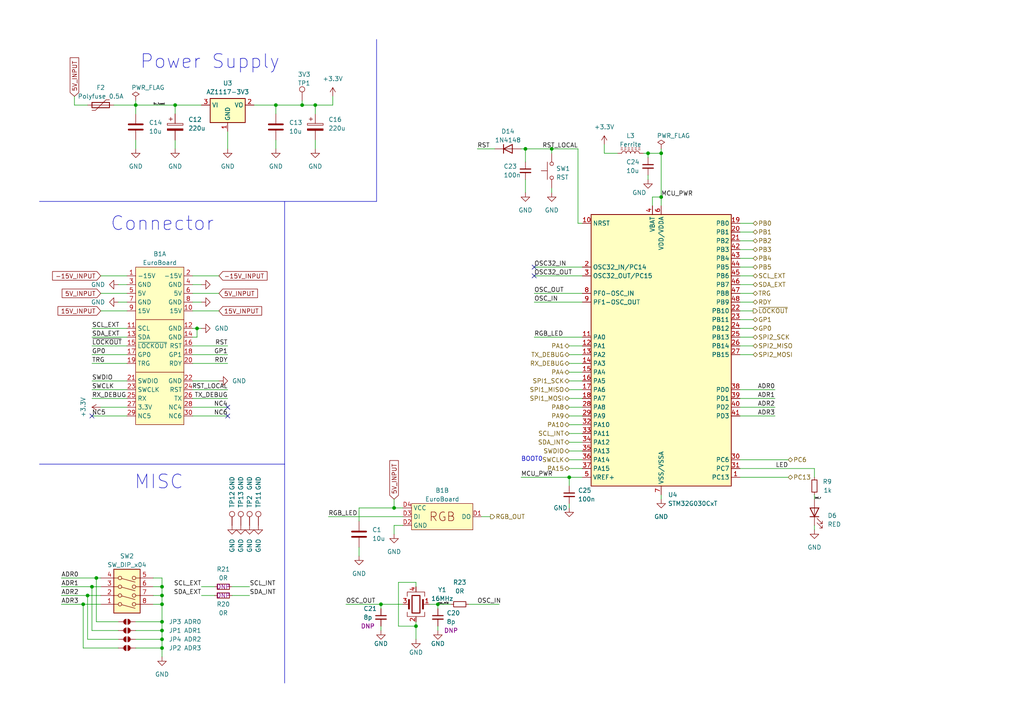
<source format=kicad_sch>
(kicad_sch (version 20230121) (generator eeschema)
  (paper "A4")
  (title_block (title "EuroMeasure-Generator") (rev "2.0"))
  (lib_symbols
    (symbol "Connector:TestPoint" (pin_numbers hide) (pin_names (offset 0.762) hide)
      (property "Reference" "TP" (at 0 6.858 0))
      (property "Value" "TestPoint" (at 0 5.08 0))
      (symbol "TestPoint_1_1"
        (pin passive line (at 0 0 90) (length 2.54) (name "1") (number "1"))
      )
    )
    (symbol "Device:C" (pin_numbers hide) (pin_names (offset 0.254))
      (property "Reference" "C" (at 0.635 2.54 0))
      (property "Value" "C" (at 0.635 -2.54 0))
      (symbol "C_1_1"
        (pin passive line (at 0 3.81 270) (length 2.794) (name "~") (number "1"))
        (pin passive line (at 0 -3.81 90) (length 2.794) (name "~") (number "2"))
      )
    )
    (symbol "Device:C_Polarized" (pin_numbers hide) (pin_names (offset 0.254))
      (property "Reference" "C" (at 0.635 2.54 0))
      (property "Value" "C_Polarized" (at 0.635 -2.54 0))
      (symbol "C_Polarized_1_1"
        (pin passive line (at 0 3.81 270) (length 2.794) (name "~") (number "1"))
        (pin passive line (at 0 -3.81 90) (length 2.794) (name "~") (number "2"))
      )
    )
    (symbol "Device:C_Small" (pin_numbers hide) (pin_names (offset 0.254) hide)
      (property "Reference" "C" (at 0.254 1.778 0))
      (property "Value" "C_Small" (at 0.254 -2.032 0))
      (symbol "C_Small_1_1"
        (pin passive line (at 0 2.54 270) (length 2.032) (name "~") (number "1"))
        (pin passive line (at 0 -2.54 90) (length 2.032) (name "~") (number "2"))
      )
    )
    (symbol "Device:R_Small" (pin_numbers hide) (pin_names (offset 0.254) hide)
      (property "Reference" "R" (at 0.762 0.508 0))
      (property "Value" "R_Small" (at 0.762 -1.016 0))
      (symbol "R_Small_1_1"
        (pin passive line (at 0 2.54 270) (length 0.762) (name "~") (number "1"))
        (pin passive line (at 0 -2.54 90) (length 0.762) (name "~") (number "2"))
      )
    )
    (symbol "EuroBoardLED_1"
      (property "Reference" "B" (at 8.89 8.89 0))
      (property "Value" "EuroBoard" (at 1.27 8.89 0))
      (symbol "EuroBoardLED_1_1_1"
        (pin power_out line (at -6.35 5.08 0) (length 2.54) (name "-15V") (number "1"))
        (pin passive line (at 12.7 -5.08 180) (length 2.54) (name "15V") (number "10"))
        (pin bidirectional line (at -6.35 -10.16 0) (length 2.54) (name "SCL") (number "11"))
        (pin passive line (at 12.7 -10.16 180) (length 2.54) (name "GND") (number "12"))
        (pin bidirectional line (at -6.35 -12.7 0) (length 2.54) (name "SDA") (number "13"))
        (pin passive line (at 12.7 -12.7 180) (length 2.54) (name "GND") (number "14"))
        (pin bidirectional line (at -6.35 -15.24 0) (length 2.54) (name "~{LOCKOUT}") (number "15"))
        (pin bidirectional line (at 12.7 -15.24 180) (length 2.54) (name "RST") (number "16"))
        (pin bidirectional line (at -6.35 -17.78 0) (length 2.54) (name "GP0") (number "17"))
        (pin bidirectional line (at 12.7 -17.78 180) (length 2.54) (name "GP1") (number "18"))
        (pin bidirectional line (at -6.35 -20.32 0) (length 2.54) (name "TRG") (number "19"))
        (pin passive line (at 12.7 5.08 180) (length 2.54) (name "-15V") (number "2"))
        (pin bidirectional line (at 12.7 -20.32 180) (length 2.54) (name "RDY") (number "20"))
        (pin bidirectional line (at -6.35 -25.4 0) (length 2.54) (name "SWDIO") (number "21"))
        (pin power_in line (at 12.7 -25.4 180) (length 2.54) (name "GND") (number "22"))
        (pin bidirectional line (at -6.35 -27.94 0) (length 2.54) (name "SWCLK") (number "23"))
        (pin bidirectional line (at 12.7 -27.94 180) (length 2.54) (name "RST") (number "24"))
        (pin bidirectional line (at -6.35 -30.48 0) (length 2.54) (name "RX") (number "25"))
        (pin bidirectional line (at 12.7 -30.48 180) (length 2.54) (name "TX") (number "26"))
        (pin power_in line (at -6.35 -33.02 0) (length 2.54) (name "3.3V") (number "27"))
        (pin bidirectional line (at 12.7 -33.02 180) (length 2.54) (name "NC4") (number "28"))
        (pin bidirectional line (at -6.35 -35.56 0) (length 2.54) (name "NC5") (number "29"))
        (pin power_out line (at -6.35 2.54 0) (length 2.54) (name "GND") (number "3"))
        (pin bidirectional line (at 12.7 -35.56 180) (length 2.54) (name "NC6") (number "30"))
        (pin passive line (at 12.7 2.54 180) (length 2.54) (name "GND") (number "4"))
        (pin power_out line (at -6.35 0 0) (length 2.54) (name "5V") (number "5"))
        (pin passive line (at 12.7 0 180) (length 2.54) (name "5V") (number "6"))
        (pin passive line (at -6.35 -2.54 0) (length 2.54) (name "GND") (number "7"))
        (pin passive line (at 12.7 -2.54 180) (length 2.54) (name "GND") (number "8"))
        (pin power_out line (at -6.35 -5.08 0) (length 2.54) (name "15V") (number "9"))
      )
      (symbol "EuroBoardLED_1_2_1"
        (text "RGB" (at 2.54 3.81 0) (effects (font (size 2.54 2.54))))
        (pin output line (at 13.97 3.81 180) (length 2.54) (name "DO") (number "D1"))
        (pin power_in line (at -8.89 1.27 0) (length 2.54) (name "GND") (number "D2"))
        (pin input line (at -8.89 3.81 0) (length 2.54) (name "DI") (number "D3"))
        (pin power_in line (at -8.89 6.35 0) (length 2.54) (name "VCC") (number "D4"))
      )
    )
    (symbol "MEMS_Custom:EuroBoardLED"
      (property "Reference" "B" (at 8.89 8.89 0))
      (property "Value" "EuroBoard" (at 1.27 8.89 0))
      (symbol "EuroBoardLED_1_1"
        (pin power_out line (at -6.35 5.08 0) (length 2.54) (name "-15V") (number "1"))
        (pin passive line (at 12.7 -5.08 180) (length 2.54) (name "15V") (number "10"))
        (pin bidirectional line (at -6.35 -10.16 0) (length 2.54) (name "SCL") (number "11"))
        (pin passive line (at 12.7 -10.16 180) (length 2.54) (name "GND") (number "12"))
        (pin bidirectional line (at -6.35 -12.7 0) (length 2.54) (name "SDA") (number "13"))
        (pin passive line (at 12.7 -12.7 180) (length 2.54) (name "GND") (number "14"))
        (pin bidirectional line (at -6.35 -15.24 0) (length 2.54) (name "~{LOCKOUT}") (number "15"))
        (pin bidirectional line (at 12.7 -15.24 180) (length 2.54) (name "RST") (number "16"))
        (pin bidirectional line (at -6.35 -17.78 0) (length 2.54) (name "GP0") (number "17"))
        (pin bidirectional line (at 12.7 -17.78 180) (length 2.54) (name "GP1") (number "18"))
        (pin bidirectional line (at -6.35 -20.32 0) (length 2.54) (name "TRG") (number "19"))
        (pin passive line (at 12.7 5.08 180) (length 2.54) (name "-15V") (number "2"))
        (pin bidirectional line (at 12.7 -20.32 180) (length 2.54) (name "RDY") (number "20"))
        (pin bidirectional line (at -6.35 -25.4 0) (length 2.54) (name "SWDIO") (number "21"))
        (pin power_in line (at 12.7 -25.4 180) (length 2.54) (name "GND") (number "22"))
        (pin bidirectional line (at -6.35 -27.94 0) (length 2.54) (name "SWCLK") (number "23"))
        (pin bidirectional line (at 12.7 -27.94 180) (length 2.54) (name "RST") (number "24"))
        (pin bidirectional line (at -6.35 -30.48 0) (length 2.54) (name "RX") (number "25"))
        (pin bidirectional line (at 12.7 -30.48 180) (length 2.54) (name "TX") (number "26"))
        (pin power_in line (at -6.35 -33.02 0) (length 2.54) (name "3.3V") (number "27"))
        (pin bidirectional line (at 12.7 -33.02 180) (length 2.54) (name "NC4") (number "28"))
        (pin bidirectional line (at -6.35 -35.56 0) (length 2.54) (name "NC5") (number "29"))
        (pin power_out line (at -6.35 2.54 0) (length 2.54) (name "GND") (number "3"))
        (pin bidirectional line (at 12.7 -35.56 180) (length 2.54) (name "NC6") (number "30"))
        (pin passive line (at 12.7 2.54 180) (length 2.54) (name "GND") (number "4"))
        (pin power_out line (at -6.35 0 0) (length 2.54) (name "5V") (number "5"))
        (pin passive line (at 12.7 0 180) (length 2.54) (name "5V") (number "6"))
        (pin passive line (at -6.35 -2.54 0) (length 2.54) (name "GND") (number "7"))
        (pin passive line (at 12.7 -2.54 180) (length 2.54) (name "GND") (number "8"))
        (pin power_out line (at -6.35 -5.08 0) (length 2.54) (name "15V") (number "9"))
      )
      (symbol "EuroBoardLED_2_1"
        (text "RGB" (at 2.54 3.81 0) (effects (font (size 2.54 2.54))))
        (pin output line (at 13.97 3.81 180) (length 2.54) (name "DO") (number "D1"))
        (pin power_in line (at -8.89 1.27 0) (length 2.54) (name "GND") (number "D2"))
        (pin input line (at -8.89 3.81 0) (length 2.54) (name "DI") (number "D3"))
        (pin power_in line (at -8.89 6.35 0) (length 2.54) (name "VCC") (number "D4"))
      )
    )
    (symbol "MEMS_Discrete-semiconductor:D_1N4148WS-SOD323" (pin_numbers hide) (pin_names (offset 1.016) hide)
      (property "Reference" "D" (at 0 2.54 0))
      (property "Value" "1N4148" (at 0 -2.54 0))
      (symbol "D_1N4148WS-SOD323_1_1"
        (pin passive line (at -3.81 0 0) (length 2.54) (name "K") (number "1"))
        (pin passive line (at 3.81 0 180) (length 2.54) (name "A") (number "2"))
      )
    )
    (symbol "MEMS_Discrete-semiconductor:LED_0805_Red" (pin_numbers hide) (pin_names (offset 1.016) hide)
      (property "Reference" "D" (at 0 2.54 0))
      (property "Value" "RED" (at 0 -2.54 0))
      (symbol "LED_0805_Red_1_1"
        (pin passive line (at -3.81 0 0) (length 2.54) (name "K") (number "1"))
        (pin passive line (at 3.81 0 180) (length 2.54) (name "A") (number "2"))
      )
    )
    (symbol "MEMS_Electromechanical:SW_DIP_A6H-4101" (pin_names (offset 0) hide)
      (property "Reference" "SW" (at 0 8.89 0))
      (property "Value" "SW_DIP_x04" (at 0 -6.35 0))
      (symbol "SW_DIP_A6H-4101_1_1"
        (pin passive line (at -7.62 5.08 0) (length 5.08) (name "~") (number "1"))
        (pin passive line (at -7.62 2.54 0) (length 5.08) (name "~") (number "2"))
        (pin passive line (at -7.62 0 0) (length 5.08) (name "~") (number "3"))
        (pin passive line (at -7.62 -2.54 0) (length 5.08) (name "~") (number "4"))
        (pin passive line (at 7.62 -2.54 180) (length 5.08) (name "~") (number "5"))
        (pin passive line (at 7.62 0 180) (length 5.08) (name "~") (number "6"))
        (pin passive line (at 7.62 2.54 180) (length 5.08) (name "~") (number "7"))
        (pin passive line (at 7.62 5.08 180) (length 5.08) (name "~") (number "8"))
      )
    )
    (symbol "MEMS_Electromechanical:SW_Push_Tact_B3S-1000" (pin_numbers hide) (pin_names (offset 1.016) hide)
      (property "Reference" "SW" (at 1.27 2.54 0))
      (property "Value" "Tact" (at 0 -1.524 0))
      (symbol "SW_Push_Tact_B3S-1000_0_1"
        (pin passive line (at -5.08 0 0) (length 2.54) (name "1") (number "1"))
        (pin passive line (at 5.08 0 180) (length 2.54) (name "2") (number "2"))
      )
    )
    (symbol "MEMS_IC:AZ1117IH-3.3TRG1-SOT223"
      (property "Reference" "U" (at -3.81 3.175 0))
      (property "Value" "AZ1117-3V3" (at 0 3.175 0))
      (symbol "AZ1117IH-3.3TRG1-SOT223_1_1"
        (pin power_in line (at 0 -7.62 90) (length 2.54) (name "GND") (number "1"))
        (pin power_out line (at 7.62 0 180) (length 2.54) (name "VO") (number "2"))
        (pin power_in line (at -7.62 0 0) (length 2.54) (name "VI") (number "3"))
      )
    )
    (symbol "MEMS_IC:STM32G030CxT"
      (property "Reference" "U" (at -6.35 49.53 0))
      (property "Value" "STM32G030CxT" (at 15.24 43.18 0))
      (symbol "STM32G030CxT_1_1"
        (pin bidirectional line (at 22.86 -35.56 180) (length 2.54) (name "PC13") (number "1"))
        (pin bidirectional line (at -22.86 38.1 0) (length 2.54) (name "NRST") (number "10"))
        (pin bidirectional line (at -22.86 5.08 0) (length 2.54) (name "PA0") (number "11"))
        (pin bidirectional line (at -22.86 2.54 0) (length 2.54) (name "PA1") (number "12"))
        (pin bidirectional line (at -22.86 0 0) (length 2.54) (name "PA2") (number "13"))
        (pin bidirectional line (at -22.86 -2.54 0) (length 2.54) (name "PA3") (number "14"))
        (pin bidirectional line (at -22.86 -5.08 0) (length 2.54) (name "PA4") (number "15"))
        (pin bidirectional line (at -22.86 -7.62 0) (length 2.54) (name "PA5") (number "16"))
        (pin bidirectional line (at -22.86 -10.16 0) (length 2.54) (name "PA6") (number "17"))
        (pin bidirectional line (at -22.86 -12.7 0) (length 2.54) (name "PA7") (number "18"))
        (pin bidirectional line (at 22.86 38.1 180) (length 2.54) (name "PB0") (number "19"))
        (pin bidirectional line (at -22.86 25.4 0) (length 2.54) (name "OSC32_IN/PC14") (number "2"))
        (pin bidirectional line (at 22.86 35.56 180) (length 2.54) (name "PB1") (number "20"))
        (pin bidirectional line (at 22.86 33.02 180) (length 2.54) (name "PB2") (number "21"))
        (pin bidirectional line (at 22.86 12.7 180) (length 2.54) (name "PB10") (number "22"))
        (pin bidirectional line (at 22.86 10.16 180) (length 2.54) (name "PB11") (number "23"))
        (pin bidirectional line (at 22.86 7.62 180) (length 2.54) (name "PB12") (number "24"))
        (pin bidirectional line (at 22.86 5.08 180) (length 2.54) (name "PB13") (number "25"))
        (pin bidirectional line (at 22.86 2.54 180) (length 2.54) (name "PB14") (number "26"))
        (pin bidirectional line (at 22.86 0 180) (length 2.54) (name "PB15") (number "27"))
        (pin bidirectional line (at -22.86 -15.24 0) (length 2.54) (name "PA8") (number "28"))
        (pin bidirectional line (at -22.86 -17.78 0) (length 2.54) (name "PA9") (number "29"))
        (pin bidirectional line (at -22.86 22.86 0) (length 2.54) (name "OSC32_OUT/PC15") (number "3"))
        (pin bidirectional line (at 22.86 -30.48 180) (length 2.54) (name "PC6") (number "30"))
        (pin bidirectional line (at 22.86 -33.02 180) (length 2.54) (name "PC7") (number "31"))
        (pin bidirectional line (at -22.86 -20.32 0) (length 2.54) (name "PA10") (number "32"))
        (pin bidirectional line (at -22.86 -22.86 0) (length 2.54) (name "PA11") (number "33"))
        (pin bidirectional line (at -22.86 -25.4 0) (length 2.54) (name "PA12") (number "34"))
        (pin bidirectional line (at -22.86 -27.94 0) (length 2.54) (name "PA13") (number "35"))
        (pin bidirectional line (at -22.86 -30.48 0) (length 2.54) (name "PA14") (number "36"))
        (pin bidirectional line (at -22.86 -33.02 0) (length 2.54) (name "PA15") (number "37"))
        (pin bidirectional line (at 22.86 -10.16 180) (length 2.54) (name "PD0") (number "38"))
        (pin bidirectional line (at 22.86 -12.7 180) (length 2.54) (name "PD1") (number "39"))
        (pin power_in line (at -2.54 43.18 270) (length 2.54) (name "VBAT") (number "4"))
        (pin bidirectional line (at 22.86 -15.24 180) (length 2.54) (name "PD2") (number "40"))
        (pin bidirectional line (at 22.86 -17.78 180) (length 2.54) (name "PD3") (number "41"))
        (pin bidirectional line (at 22.86 30.48 180) (length 2.54) (name "PB3") (number "42"))
        (pin bidirectional line (at 22.86 27.94 180) (length 2.54) (name "PB4") (number "43"))
        (pin bidirectional line (at 22.86 25.4 180) (length 2.54) (name "PB5") (number "44"))
        (pin bidirectional line (at 22.86 22.86 180) (length 2.54) (name "PB6") (number "45"))
        (pin bidirectional line (at 22.86 20.32 180) (length 2.54) (name "PB7") (number "46"))
        (pin bidirectional line (at 22.86 17.78 180) (length 2.54) (name "PB8") (number "47"))
        (pin bidirectional line (at 22.86 15.24 180) (length 2.54) (name "PB9") (number "48"))
        (pin bidirectional line (at -22.86 -35.56 0) (length 2.54) (name "VREF+") (number "5"))
        (pin power_in line (at 0 43.18 270) (length 2.54) (name "VDD/VDDA") (number "6"))
        (pin power_in line (at 0 -40.64 90) (length 2.54) (name "VSS/VSSA") (number "7"))
        (pin bidirectional line (at -22.86 17.78 0) (length 2.54) (name "PF0-OSC_IN") (number "8"))
        (pin bidirectional line (at -22.86 15.24 0) (length 2.54) (name "PF1-OSC_OUT") (number "9"))
      )
    )
    (symbol "MEMS_Passive:Crystal_16MHz_ECS-160-8-36CKM-TR3" (pin_names (offset 0) hide)
      (property "Reference" "Y" (at 3.175 5.08 0))
      (property "Value" "16MHz" (at 3.175 3.175 0))
      (symbol "Crystal_16MHz_ECS-160-8-36CKM-TR3_1_1"
        (pin passive line (at -3.81 0 0) (length 1.27) (name "1") (number "1"))
        (pin passive line (at 0 5.08 270) (length 1.27) (name "2") (number "2"))
        (pin passive line (at 3.81 0 180) (length 1.27) (name "3") (number "3"))
        (pin passive line (at 0 -5.08 90) (length 1.27) (name "4") (number "4"))
      )
    )
    (symbol "MEMS_Passive:L_Ferrite_742792040" (pin_numbers hide) (pin_names (offset 1.016) hide)
      (property "Reference" "L" (at -1.27 0 90))
      (property "Value" "Ferrite" (at 2.794 0 90))
      (symbol "L_Ferrite_742792040_1_1"
        (pin passive line (at 0 3.81 270) (length 1.27) (name "1") (number "1"))
        (pin passive line (at 0 -3.81 90) (length 1.27) (name "2") (number "2"))
      )
    )
    (symbol "MEMS_Passive:SolderableJumper" (pin_numbers hide) (pin_names hide)
      (property "Reference" "JP" (at 0 2.54 0))
      (symbol "SolderableJumper_1_1"
        (pin passive line (at -2.54 0 0) (length 1.27) (name "~") (number "1"))
        (pin passive line (at 2.54 0 180) (length 1.27) (name "~") (number "2"))
      )
    )
    (symbol "MEMS_Protection:Polyfuse-500mA-1206L050/15YR" (pin_numbers hide) (pin_names (offset 0))
      (property "Reference" "F" (at -2.54 0 90))
      (property "Value" "Polyfuse 0.5A" (at 2.54 0 90))
      (symbol "Polyfuse-500mA-1206L050/15YR_1_1"
        (pin passive line (at 0 3.81 270) (length 1.27) (name "~") (number "1"))
        (pin passive line (at 0 -3.81 90) (length 1.27) (name "~") (number "2"))
      )
    )
    (symbol "power:+3.3V" (power) (pin_names (offset 0))
      (property "Value" "+3.3V" (at 0 3.556 0))
      (symbol "+3.3V_1_1"
        (pin power_in line (at 0 0 90) (length 0) hide (name "+3.3V") (number "1"))
      )
    )
    (symbol "power:GND" (power) (pin_names (offset 0))
      (property "Value" "GND" (at 0 -3.81 0))
      (symbol "GND_1_1"
        (pin power_in line (at 0 0 270) (length 0) hide (name "GND") (number "1"))
      )
    )
    (symbol "power:PWR_FLAG" (power) (pin_numbers hide) (pin_names (offset 0) hide)
      (property "Value" "PWR_FLAG" (at 0 3.81 0))
      (symbol "PWR_FLAG_0_0"
        (pin power_out line (at 0 0 90) (length 0) (name "pwr") (number "1"))
      )
    )
  )
  (junction (at 120.65 181.61))
  (junction (at 110.49 175.26))
  (junction (at 191.77 44.45))
  (junction (at 46.99 175.26))
  (junction (at 46.99 187.96))
  (junction (at 191.77 57.15))
  (junction (at 46.99 170.18))
  (junction (at 27.94 167.64))
  (junction (at 152.4 43.18))
  (junction (at 46.99 185.42))
  (junction (at 25.4 172.72))
  (junction (at 26.67 170.18))
  (junction (at 39.37 30.48))
  (junction (at 165.1 138.43))
  (junction (at 24.13 175.26))
  (junction (at 50.8 30.48))
  (junction (at 127 175.26))
  (junction (at 187.96 44.45))
  (junction (at 46.99 172.72))
  (junction (at 57.15 95.25))
  (junction (at 91.44 30.48))
  (junction (at 46.99 182.88))
  (junction (at 46.99 180.34))
  (junction (at 87.63 30.48))
  (junction (at 114.3 147.32))
  (junction (at 80.01 30.48))
  (junction (at 160.02 43.18))
  (no_connect (at 26.67 120.65))
  (no_connect (at 154.94 77.47))
  (no_connect (at 66.04 120.65))
  (no_connect (at 154.94 80.01))
  (no_connect (at 66.04 118.11))
  (wire (pts (xy 46.99 175.26) (xy 46.99 180.34)))
  (wire (pts (xy 116.84 147.32) (xy 114.3 147.32)))
  (wire (pts (xy 168.91 138.43) (xy 165.1 138.43)))
  (wire (pts (xy 87.63 30.48) (xy 91.44 30.48)))
  (wire (pts (xy 120.65 180.34) (xy 120.65 181.61)))
  (wire (pts (xy 160.02 44.45) (xy 160.02 43.18)))
  (wire (pts (xy 154.94 87.63) (xy 168.91 87.63)))
  (wire (pts (xy 165.1 133.35) (xy 168.91 133.35)))
  (wire (pts (xy 66.04 120.65) (xy 55.88 120.65)))
  (wire (pts (xy 26.67 97.79) (xy 36.83 97.79)))
  (wire (pts (xy 165.1 147.32) (xy 165.1 146.05)))
  (wire (pts (xy 165.1 125.73) (xy 168.91 125.73)))
  (wire (pts (xy 214.63 74.93) (xy 218.44 74.93)))
  (wire (pts (xy 46.99 180.34) (xy 46.99 182.88)))
  (wire (pts (xy 100.33 175.26) (xy 110.49 175.26)))
  (wire (pts (xy 152.4 52.07) (xy 152.4 55.88)))
  (wire (pts (xy 39.37 30.48) (xy 39.37 33.02)))
  (wire (pts (xy 27.94 167.64) (xy 27.94 180.34)))
  (wire (pts (xy 165.1 123.19) (xy 168.91 123.19)))
  (wire (pts (xy 21.59 27.94) (xy 21.59 30.48)))
  (wire (pts (xy 214.63 118.11) (xy 224.79 118.11)))
  (wire (pts (xy 36.83 90.17) (xy 29.21 90.17)))
  (wire (pts (xy 214.63 72.39) (xy 218.44 72.39)))
  (wire (pts (xy 214.63 138.43) (xy 228.6 138.43)))
  (wire (pts (xy 168.91 130.81) (xy 165.1 130.81)))
  (wire (pts (xy 187.96 44.45) (xy 187.96 45.72)))
  (wire (pts (xy 26.67 113.03) (xy 36.83 113.03)))
  (wire (pts (xy 26.67 102.87) (xy 36.83 102.87)))
  (wire (pts (xy 175.26 41.91) (xy 175.26 44.45)))
  (wire (pts (xy 39.37 43.18) (xy 39.37 40.64)))
  (wire (pts (xy 187.96 52.07) (xy 187.96 50.8)))
  (wire (pts (xy 160.02 54.61) (xy 160.02 55.88)))
  (wire (pts (xy 17.78 172.72) (xy 25.4 172.72)))
  (wire (pts (xy 80.01 30.48) (xy 87.63 30.48)))
  (wire (pts (xy 55.88 100.33) (xy 66.04 100.33)))
  (polyline (pts (xy 82.55 58.42) (xy 82.55 134.62)))
  (wire (pts (xy 110.49 175.26) (xy 110.49 176.53)))
  (wire (pts (xy 165.1 110.49) (xy 168.91 110.49)))
  (wire (pts (xy 151.13 43.18) (xy 152.4 43.18)))
  (wire (pts (xy 63.5 110.49) (xy 55.88 110.49)))
  (wire (pts (xy 114.3 152.4) (xy 114.3 154.94)))
  (wire (pts (xy 127 175.26) (xy 130.81 175.26)))
  (wire (pts (xy 165.1 105.41) (xy 168.91 105.41)))
  (wire (pts (xy 110.49 175.26) (xy 116.84 175.26)))
  (wire (pts (xy 165.1 102.87) (xy 168.91 102.87)))
  (wire (pts (xy 165.1 135.89) (xy 168.91 135.89)))
  (wire (pts (xy 236.22 152.4) (xy 236.22 153.67)))
  (wire (pts (xy 50.8 40.64) (xy 50.8 43.18)))
  (wire (pts (xy 46.99 185.42) (xy 46.99 187.96)))
  (wire (pts (xy 44.45 175.26) (xy 46.99 175.26)))
  (wire (pts (xy 189.23 57.15) (xy 189.23 59.69)))
  (wire (pts (xy 17.78 175.26) (xy 24.13 175.26)))
  (wire (pts (xy 55.88 82.55) (xy 58.42 82.55)))
  (wire (pts (xy 127 175.26) (xy 127 176.53)))
  (wire (pts (xy 17.78 167.64) (xy 27.94 167.64)))
  (wire (pts (xy 66.04 118.11) (xy 55.88 118.11)))
  (wire (pts (xy 191.77 57.15) (xy 191.77 59.69)))
  (wire (pts (xy 25.4 172.72) (xy 29.21 172.72)))
  (wire (pts (xy 214.63 64.77) (xy 218.44 64.77)))
  (wire (pts (xy 165.1 138.43) (xy 165.1 140.97)))
  (wire (pts (xy 36.83 85.09) (xy 29.21 85.09)))
  (wire (pts (xy 26.67 170.18) (xy 29.21 170.18)))
  (wire (pts (xy 110.49 182.88) (xy 110.49 181.61)))
  (wire (pts (xy 152.4 46.99) (xy 152.4 43.18)))
  (wire (pts (xy 104.14 161.29) (xy 104.14 158.75)))
  (wire (pts (xy 46.99 187.96) (xy 46.99 190.5)))
  (wire (pts (xy 26.67 95.25) (xy 36.83 95.25)))
  (wire (pts (xy 214.63 102.87) (xy 218.44 102.87)))
  (wire (pts (xy 214.63 85.09) (xy 218.44 85.09)))
  (wire (pts (xy 154.94 80.01) (xy 168.91 80.01)))
  (wire (pts (xy 55.88 97.79) (xy 57.15 97.79)))
  (wire (pts (xy 115.57 168.91) (xy 115.57 181.61)))
  (wire (pts (xy 154.94 77.47) (xy 168.91 77.47)))
  (wire (pts (xy 55.88 102.87) (xy 66.04 102.87)))
  (wire (pts (xy 26.67 182.88) (xy 34.29 182.88)))
  (wire (pts (xy 46.99 167.64) (xy 46.99 170.18)))
  (wire (pts (xy 57.15 95.25) (xy 58.42 95.25)))
  (wire (pts (xy 24.13 175.26) (xy 24.13 187.96)))
  (wire (pts (xy 91.44 30.48) (xy 96.52 30.48)))
  (wire (pts (xy 104.14 147.32) (xy 104.14 151.13)))
  (wire (pts (xy 116.84 152.4) (xy 114.3 152.4)))
  (wire (pts (xy 46.99 170.18) (xy 46.99 172.72)))
  (wire (pts (xy 67.31 170.18) (xy 72.39 170.18)))
  (polyline (pts (xy 109.22 11.43) (xy 109.22 58.42)))
  (wire (pts (xy 24.13 175.26) (xy 29.21 175.26)))
  (wire (pts (xy 214.63 113.03) (xy 224.79 113.03)))
  (wire (pts (xy 151.13 138.43) (xy 165.1 138.43)))
  (wire (pts (xy 55.88 85.09) (xy 63.5 85.09)))
  (wire (pts (xy 39.37 187.96) (xy 46.99 187.96)))
  (wire (pts (xy 25.4 172.72) (xy 25.4 185.42)))
  (wire (pts (xy 39.37 185.42) (xy 46.99 185.42)))
  (wire (pts (xy 175.26 44.45) (xy 179.07 44.45)))
  (wire (pts (xy 120.65 181.61) (xy 120.65 185.42)))
  (wire (pts (xy 26.67 100.33) (xy 36.83 100.33)))
  (wire (pts (xy 44.45 170.18) (xy 46.99 170.18)))
  (wire (pts (xy 191.77 43.18) (xy 191.77 44.45)))
  (wire (pts (xy 27.94 167.64) (xy 29.21 167.64)))
  (wire (pts (xy 214.63 115.57) (xy 224.79 115.57)))
  (wire (pts (xy 214.63 77.47) (xy 218.44 77.47)))
  (wire (pts (xy 44.45 167.64) (xy 46.99 167.64)))
  (wire (pts (xy 73.66 30.48) (xy 80.01 30.48)))
  (polyline (pts (xy 11.43 58.42) (xy 109.22 58.42)))
  (wire (pts (xy 168.91 64.77) (xy 167.64 64.77)))
  (wire (pts (xy 114.3 147.32) (xy 104.14 147.32)))
  (wire (pts (xy 55.88 113.03) (xy 66.04 113.03)))
  (wire (pts (xy 46.99 172.72) (xy 46.99 175.26)))
  (wire (pts (xy 26.67 120.65) (xy 36.83 120.65)))
  (wire (pts (xy 191.77 57.15) (xy 189.23 57.15)))
  (wire (pts (xy 50.8 30.48) (xy 58.42 30.48)))
  (wire (pts (xy 135.89 175.26) (xy 144.78 175.26)))
  (wire (pts (xy 87.63 29.21) (xy 87.63 30.48)))
  (wire (pts (xy 66.04 115.57) (xy 55.88 115.57)))
  (wire (pts (xy 21.59 30.48) (xy 25.4 30.48)))
  (wire (pts (xy 55.88 90.17) (xy 63.5 90.17)))
  (wire (pts (xy 165.1 120.65) (xy 168.91 120.65)))
  (wire (pts (xy 214.63 97.79) (xy 218.44 97.79)))
  (wire (pts (xy 80.01 43.18) (xy 80.01 40.64)))
  (wire (pts (xy 29.21 118.11) (xy 36.83 118.11)))
  (wire (pts (xy 36.83 80.01) (xy 29.21 80.01)))
  (wire (pts (xy 152.4 43.18) (xy 160.02 43.18)))
  (wire (pts (xy 214.63 133.35) (xy 228.6 133.35)))
  (wire (pts (xy 96.52 30.48) (xy 96.52 27.94)))
  (wire (pts (xy 165.1 107.95) (xy 168.91 107.95)))
  (wire (pts (xy 95.25 149.86) (xy 116.84 149.86)))
  (wire (pts (xy 36.83 82.55) (xy 34.29 82.55)))
  (wire (pts (xy 33.02 30.48) (xy 39.37 30.48)))
  (wire (pts (xy 165.1 113.03) (xy 168.91 113.03)))
  (wire (pts (xy 120.65 170.18) (xy 120.65 168.91)))
  (wire (pts (xy 17.78 170.18) (xy 26.67 170.18)))
  (wire (pts (xy 236.22 138.43) (xy 236.22 135.89)))
  (wire (pts (xy 214.63 92.71) (xy 218.44 92.71)))
  (wire (pts (xy 39.37 182.88) (xy 46.99 182.88)))
  (wire (pts (xy 154.94 97.79) (xy 168.91 97.79)))
  (wire (pts (xy 127 182.88) (xy 127 181.61)))
  (polyline (pts (xy 11.43 134.62) (xy 82.55 134.62)))
  (wire (pts (xy 167.64 43.18) (xy 160.02 43.18)))
  (wire (pts (xy 39.37 29.21) (xy 39.37 30.48)))
  (wire (pts (xy 114.3 147.32) (xy 114.3 144.78)))
  (wire (pts (xy 115.57 181.61) (xy 120.65 181.61)))
  (wire (pts (xy 55.88 105.41) (xy 66.04 105.41)))
  (wire (pts (xy 55.88 80.01) (xy 63.5 80.01)))
  (wire (pts (xy 66.04 43.18) (xy 66.04 38.1)))
  (wire (pts (xy 138.43 43.18) (xy 143.51 43.18)))
  (wire (pts (xy 214.63 69.85) (xy 218.44 69.85)))
  (wire (pts (xy 25.4 185.42) (xy 34.29 185.42)))
  (wire (pts (xy 165.1 118.11) (xy 168.91 118.11)))
  (wire (pts (xy 186.69 44.45) (xy 187.96 44.45)))
  (wire (pts (xy 50.8 30.48) (xy 50.8 33.02)))
  (wire (pts (xy 46.99 182.88) (xy 46.99 185.42)))
  (wire (pts (xy 214.63 100.33) (xy 218.44 100.33)))
  (wire (pts (xy 91.44 40.64) (xy 91.44 43.18)))
  (wire (pts (xy 44.45 172.72) (xy 46.99 172.72)))
  (wire (pts (xy 139.7 149.86) (xy 142.24 149.86)))
  (wire (pts (xy 214.63 80.01) (xy 218.44 80.01)))
  (wire (pts (xy 55.88 95.25) (xy 57.15 95.25)))
  (wire (pts (xy 236.22 144.78) (xy 236.22 143.51)))
  (wire (pts (xy 39.37 180.34) (xy 46.99 180.34)))
  (wire (pts (xy 55.88 87.63) (xy 58.42 87.63)))
  (wire (pts (xy 214.63 95.25) (xy 218.44 95.25)))
  (wire (pts (xy 187.96 44.45) (xy 191.77 44.45)))
  (wire (pts (xy 80.01 30.48) (xy 80.01 33.02)))
  (wire (pts (xy 26.67 115.57) (xy 36.83 115.57)))
  (wire (pts (xy 26.67 170.18) (xy 26.67 182.88)))
  (wire (pts (xy 67.31 172.72) (xy 72.39 172.72)))
  (wire (pts (xy 165.1 100.33) (xy 168.91 100.33)))
  (wire (pts (xy 191.77 143.51) (xy 191.77 144.78)))
  (wire (pts (xy 39.37 30.48) (xy 50.8 30.48)))
  (wire (pts (xy 91.44 30.48) (xy 91.44 33.02)))
  (wire (pts (xy 214.63 135.89) (xy 236.22 135.89)))
  (wire (pts (xy 26.67 110.49) (xy 36.83 110.49)))
  (wire (pts (xy 214.63 67.31) (xy 218.44 67.31)))
  (wire (pts (xy 124.46 175.26) (xy 127 175.26)))
  (wire (pts (xy 165.1 128.27) (xy 168.91 128.27)))
  (wire (pts (xy 167.64 64.77) (xy 167.64 43.18)))
  (wire (pts (xy 214.63 82.55) (xy 218.44 82.55)))
  (wire (pts (xy 120.65 168.91) (xy 115.57 168.91)))
  (wire (pts (xy 214.63 120.65) (xy 224.79 120.65)))
  (wire (pts (xy 165.1 115.57) (xy 168.91 115.57)))
  (wire (pts (xy 214.63 87.63) (xy 218.44 87.63)))
  (wire (pts (xy 58.42 170.18) (xy 62.23 170.18)))
  (wire (pts (xy 58.42 172.72) (xy 62.23 172.72)))
  (wire (pts (xy 154.94 85.09) (xy 168.91 85.09)))
  (wire (pts (xy 24.13 187.96) (xy 34.29 187.96)))
  (wire (pts (xy 214.63 90.17) (xy 218.44 90.17)))
  (wire (pts (xy 57.15 95.25) (xy 57.15 97.79)))
  (wire (pts (xy 27.94 180.34) (xy 34.29 180.34)))
  (wire (pts (xy 36.83 87.63) (xy 34.29 87.63)))
  (wire (pts (xy 191.77 44.45) (xy 191.77 57.15)))
  (wire (pts (xy 26.67 105.41) (xy 36.83 105.41)))
  (polyline (pts (xy 82.55 134.62) (xy 82.55 198.12)))
  (text "BOOT0" (at 151.13 133.985 0) (effects (font (size 1.27 1.27)) (justify left bottom)))
  (text "Connector" (at 62.23 67.31 0) (effects (font (size 4 4)) (justify right bottom)))
  (text "Power Supply" (at 81.28 20.32 0) (effects (font (size 4 4)) (justify right bottom)))
  (text "MISC" (at 53.34 142.24 0) (effects (font (size 4 4)) (justify right bottom)))
  (label "OSC_OUT" (at 154.94 85.09 0))
  (label "ADR0" (at 224.79 113.03 180))
  (label "NC6" (at 66.04 120.65 180))
  (label "OSC32_OUT" (at 154.94 80.01 0))
  (label "5v_fused" (at 44.45 30.48 0) (effects (font (size 0.5 0.5))))
  (label "OSC32_IN" (at 154.94 77.47 0))
  (label "LED" (at 228.6 135.89 180))
  (label "RX_DEBUG" (at 26.67 115.57 0))
  (label "OSC_IN" (at 138.43 175.26 0))
  (label "SCL_INT" (at 72.39 170.18 0))
  (label "~{LOCKOUT}" (at 26.67 100.33 0))
  (label "SWDIO" (at 26.67 110.49 0))
  (label "led_r" (at 236.22 144.78 0) (effects (font (size 0.5 0.5))))
  (label "OSC_OUT" (at 100.33 175.26 0))
  (label "NC5" (at 26.67 120.65 0))
  (label "MCU_PWR" (at 191.77 57.15 0))
  (label "RST_LOCAL" (at 167.64 43.18 180))
  (label "RST" (at 138.43 43.18 0))
  (label "OSC_IN" (at 154.94 87.63 0))
  (label "ADR1" (at 17.78 170.18 0))
  (label "ADR3" (at 224.79 120.65 180))
  (label "RST" (at 66.04 100.33 180))
  (label "TX_DEBUG" (at 66.04 115.57 180))
  (label "TRG" (at 26.67 105.41 0))
  (label "RST_LOCAL" (at 66.04 113.03 180))
  (label "RGB_LED" (at 154.94 97.79 0))
  (label "ADR0" (at 17.78 167.64 0))
  (label "SCL_EXT" (at 58.42 170.18 180))
  (label "ADR1" (at 224.79 115.57 180))
  (label "GP1" (at 66.04 102.87 180))
  (label "osc_mid" (at 127 175.26 0) (effects (font (size 0.5 0.5))))
  (label "ADR2" (at 224.79 118.11 180))
  (label "MCU_PWR" (at 151.13 138.43 0))
  (label "SDA_INT" (at 72.39 172.72 0))
  (label "SWCLK" (at 26.67 113.03 0))
  (label "RGB_LED" (at 95.25 149.86 0))
  (label "ADR2" (at 17.78 172.72 0))
  (label "NC4" (at 66.04 118.11 180))
  (label "GP0" (at 26.67 102.87 0))
  (label "SCL_EXT" (at 26.67 95.25 0))
  (label "ADR3" (at 17.78 175.26 0))
  (label "RDY" (at 66.04 105.41 180))
  (label "SDA_EXT" (at 58.42 172.72 180))
  (label "SDA_EXT" (at 26.67 97.79 0))
  (global_label "15V_INPUT" (shape input) (at 29.21 90.17 180) (property "Intersheetrefs" "${INTERSHEET_REFS}" (at 16.3256 90.17 0) (effects (justify right))))
  (global_label "-15V_INPUT" (shape input) (at 63.5 80.01 0) (property "Intersheetrefs" "${INTERSHEET_REFS}" (at 77.9568 80.01 0) (effects (justify left))))
  (global_label "15V_INPUT" (shape input) (at 63.5 90.17 0) (property "Intersheetrefs" "${INTERSHEET_REFS}" (at 76.3844 90.17 0) (effects (justify left))))
  (global_label "5V_INPUT" (shape input) (at 29.21 85.09 180) (property "Intersheetrefs" "${INTERSHEET_REFS}" (at 17.5351 85.09 0) (effects (justify right))))
  (global_label "-15V_INPUT" (shape input) (at 29.21 80.01 180) (property "Intersheetrefs" "${INTERSHEET_REFS}" (at 14.7532 80.01 0) (effects (justify right))))
  (global_label "5V_INPUT" (shape input) (at 114.3 144.78 90) (property "Intersheetrefs" "${INTERSHEET_REFS}" (at 114.3 133.1051 90) (effects (justify left))))
  (global_label "5V_INPUT" (shape input) (at 63.5 85.09 0) (property "Intersheetrefs" "${INTERSHEET_REFS}" (at 75.1749 85.09 0) (effects (justify left))))
  (global_label "5V_INPUT" (shape input) (at 21.59 27.94 90) (property "Intersheetrefs" "${INTERSHEET_REFS}" (at 21.59 16.2651 90) (effects (justify left))))
  (hierarchical_label "PB0" (shape bidirectional) (at 218.44 64.77 0))
  (hierarchical_label "PB4" (shape bidirectional) (at 218.44 74.93 0))
  (hierarchical_label "SPI2_SCK" (shape bidirectional) (at 218.44 97.79 0))
  (hierarchical_label "PA9" (shape bidirectional) (at 165.1 120.65 180))
  (hierarchical_label "PB2" (shape bidirectional) (at 218.44 69.85 0))
  (hierarchical_label "SCL_EXT" (shape bidirectional) (at 218.44 80.01 0))
  (hierarchical_label "RDY" (shape bidirectional) (at 218.44 87.63 0))
  (hierarchical_label "SPI1_MOSI" (shape bidirectional) (at 165.1 115.57 180))
  (hierarchical_label "SPI1_MISO" (shape bidirectional) (at 165.1 113.03 180))
  (hierarchical_label "PA8" (shape bidirectional) (at 165.1 118.11 180))
  (hierarchical_label "SWDIO" (shape bidirectional) (at 165.1 130.81 180))
  (hierarchical_label "PB1" (shape bidirectional) (at 218.44 67.31 0))
  (hierarchical_label "PB3" (shape bidirectional) (at 218.44 72.39 0))
  (hierarchical_label "SPI2_MISO" (shape bidirectional) (at 218.44 100.33 0))
  (hierarchical_label "PB5" (shape bidirectional) (at 218.44 77.47 0))
  (hierarchical_label "TX_DEBUG" (shape bidirectional) (at 165.1 102.87 180))
  (hierarchical_label "SPI2_MOSI" (shape bidirectional) (at 218.44 102.87 0))
  (hierarchical_label "GP1" (shape bidirectional) (at 218.44 92.71 0))
  (hierarchical_label "RGB_OUT" (shape output) (at 142.24 149.86 0))
  (hierarchical_label "PC13" (shape bidirectional) (at 228.6 138.43 0))
  (hierarchical_label "SDA_INT" (shape bidirectional) (at 165.1 128.27 180))
  (hierarchical_label "PA1" (shape bidirectional) (at 165.1 100.33 180))
  (hierarchical_label "RX_DEBUG" (shape bidirectional) (at 165.1 105.41 180))
  (hierarchical_label "PC6" (shape bidirectional) (at 228.6 133.35 0))
  (hierarchical_label "PA15" (shape bidirectional) (at 165.1 135.89 180))
  (hierarchical_label "SWCLK" (shape bidirectional) (at 165.1 133.35 180))
  (hierarchical_label "PA10" (shape bidirectional) (at 165.1 123.19 180))
  (hierarchical_label "~{LOCKOUT}" (shape output) (at 218.44 90.17 0))
  (hierarchical_label "GP0" (shape bidirectional) (at 218.44 95.25 0))
  (hierarchical_label "PA4" (shape bidirectional) (at 165.1 107.95 180))
  (hierarchical_label "TRG" (shape bidirectional) (at 218.44 85.09 0))
  (hierarchical_label "SPI1_SCK" (shape bidirectional) (at 165.1 110.49 180))
  (hierarchical_label "SDA_EXT" (shape bidirectional) (at 218.44 82.55 0))
  (hierarchical_label "SCL_INT" (shape bidirectional) (at 165.1 125.73 180))
  (symbol (lib_id "Device:C_Small") (at 187.96 48.26 0) (unit 1)
    (property "Reference" "C24" (at 181.61 46.99 0) (effects (justify left)))
    (property "Value" "10u" (at 181.61 49.53 0) (effects (justify left)))
    (property "Footprint" "Capacitor_SMD:C_0805_2012Metric_Pad1.18x1.45mm_HandSolder" (effects hide))
    (instances (project "EuroMeasure-SourcePSU" (path "" (reference "C24") (unit 1))) (project "EuroMeasure-Generator" (path "" (reference "C57") (unit 1))))
  )
  (symbol (lib_id "power:GND") (at 58.42 95.25 90) (unit 1)
    (property "Reference" "#PWR0913" (effects hide))
    (property "Value" "GND" (at 62.23 95.2499 90) (effects (justify right)))
  )
  (symbol (lib_id "Connector:TestPoint") (at 87.63 29.21 0) (unit 1)
    (property "Reference" "TP1" (at 86.36 24.13 0) (effects (justify left)))
    (property "Value" "3V3" (at 86.36 21.59 0) (effects (justify left)))
    (property "Footprint" "MEMS_Custom:TestPoint_Pad_D1.0mm" (effects hide))
    (instances (project "EuroMeasure-SourcePSU" (path "" (reference "TP1") (unit 1))) (project "EuroMeasure-Generator" (path "" (reference "TP2") (unit 1))))
  )
  (symbol (lib_id "MEMS_Electromechanical:SW_Push_Tact_B3S-1000") (at 160.02 49.53 90) (unit 1)
    (property "Reference" "SW1" (at 161.29 48.895 90) (effects (justify right)))
    (property "Value" "RST" (at 161.29 51.435 90) (effects (justify right)))
    (property "Footprint" "Button_Switch_SMD:SW_SPST_B3S-1000" (effects hide))
    (property "Datasheet" "https://www.mouser.com/datasheet/2/307/en_b3s-1221332.pdf" (effects hide))
    (property "Mouser" "653-B3S-1000" (effects hide))
    (property "MPN" "B3S-1000" (effects hide))
  )
  (symbol (lib_id "Connector:TestPoint") (at 67.31 152.4 0) (unit 1)
    (property "Reference" "TP12" (at 67.31 147.32 90) (effects (justify left)))
    (property "Value" "GND" (at 67.31 142.24 90) (effects (justify left)))
    (property "Footprint" "MEMS_Custom:TestPoint_Pad_D1.0mm" (effects hide))
    (instances (project "EuroMeasure-SourcePSU" (path "" (reference "TP12") (unit 1))) (project "EuroMeasure-Generator" (path "" (reference "TP16") (unit 1))))
  )
  (symbol (lib_id "power:+3.3V") (at 96.52 27.94 0) (unit 1)
    (property "Reference" "#PWR0925" (effects hide))
    (property "Value" "+3.3V" (at 96.52 22.86 0))
  )
  (symbol (lib_id "power:GND") (at 63.5 110.49 90) (unit 1)
    (property "Reference" "#PWR0917" (effects hide))
    (property "Value" "GND" (at 67.31 110.4899 90) (effects (justify right)))
  )
  (symbol (lib_id "MEMS_Passive:Crystal_16MHz_ECS-160-8-36CKM-TR3") (at 120.65 175.26 180) (unit 1)
    (property "Reference" "Y1" (at 128.27 171.0689 0))
    (property "Value" "16MHz" (at 128.27 173.6089 0))
    (property "Footprint" "Oscillator:Oscillator_SMD_Abracon_ASDMB-4Pin_2.5x2.0mm" (effects hide))
    (property "Datasheet" "https://www.mouser.com/datasheet/2/122/ECX_2236-2497269.pdf" (effects hide))
    (property "Mouser" "520-160-8-36CKM-TR3" (effects hide))
    (property "MPN" "ECS-160-8-36CKM-TR3" (effects hide))
  )
  (symbol (lib_id "Device:R_Small") (at 64.77 172.72 270) (unit 1)
    (property "Reference" "R20" (at 64.77 175.26 90))
    (property "Value" "0R" (at 64.77 177.8 90))
    (property "Footprint" "Capacitor_SMD:C_0805_2012Metric_Pad1.18x1.45mm_HandSolder" (effects hide))
    (property "DNP" "DNP" (at 64.77 172.72 90))
    (instances (project "EuroMeasure-SourcePSU" (path "" (reference "R20") (unit 1))) (project "EuroMeasure-Generator" (path "" (reference "R28") (unit 1))))
  )
  (symbol (lib_id "power:+3.3V") (at 29.21 118.11 90) (unit 1)
    (property "Reference" "#PWR0905" (effects hide))
    (property "Value" "+3.3V" (at 24.13 118.11 0))
  )
  (symbol (lib_id "MEMS_Protection:Polyfuse-500mA-1206L050/15YR") (at 29.21 30.48 90) (unit 1)
    (property "Reference" "F2" (at 29.21 25.4 90))
    (property "Value" "Polyfuse 0.5A" (at 29.21 27.94 90))
    (property "Footprint" "Fuse:Fuse_1210_3225Metric" (effects hide))
    (property "Datasheet" "https://www.mouser.pl/datasheet/2/240/Littelfuse_PTC_1206L_Datasheet_pdf-2956361.pdf" (effects hide))
    (property "MPN" "1206L050/15YR" (effects hide))
    (property "Mouser" "576-1206L050/15YR" (effects hide))
    (instances (project "EuroMeasure-SourcePSU" (path "" (reference "F2") (unit 1))) (project "EuroMeasure-Generator" (path "" (reference "F1") (unit 1))))
  )
  (symbol (lib_id "Device:C") (at 104.14 154.94 0) (unit 1)
    (property "Reference" "C1" (at 107.95 153.6699 0) (effects (justify left)))
    (property "Value" "10u" (at 107.95 156.2099 0) (effects (justify left)))
    (property "Footprint" "Capacitor_SMD:C_0805_2012Metric_Pad1.18x1.45mm_HandSolder" (effects hide))
  )
  (symbol (lib_id "Device:R_Small") (at 64.77 170.18 90) (unit 1)
    (property "Reference" "R21" (at 64.77 165.1 90))
    (property "Value" "0R" (at 64.77 167.64 90))
    (property "Footprint" "Capacitor_SMD:C_0805_2012Metric_Pad1.18x1.45mm_HandSolder" (effects hide))
    (property "DNP" "DNP" (at 64.77 170.18 90))
    (instances (project "EuroMeasure-SourcePSU" (path "" (reference "R21") (unit 1))) (project "EuroMeasure-Generator" (path "" (reference "R27") (unit 1))))
  )
  (symbol (lib_id "power:GND") (at 58.42 87.63 90) (unit 1)
    (property "Reference" "#PWR0912" (effects hide))
    (property "Value" "GND" (effects hide))
  )
  (symbol (lib_id "Device:R_Small") (at 236.22 140.97 0) (mirror x) (unit 1)
    (property "Reference" "R9" (at 241.3 139.7 0) (effects (justify right)))
    (property "Value" "1k" (at 241.3 142.24 0) (effects (justify right)))
    (property "Footprint" "Resistor_SMD:R_0805_2012Metric_Pad1.20x1.40mm_HandSolder" (effects hide))
    (instances (project "EuroMeasure-SourcePSU" (path "" (reference "R9") (unit 1))) (project "EuroMeasure-Generator" (path "" (reference "R1") (unit 1))))
  )
  (symbol (lib_id "power:+3.3V") (at 175.26 41.91 0) (unit 1)
    (property "Reference" "#PWR0932" (effects hide))
    (property "Value" "+3.3V" (at 175.26 36.83 0))
  )
  (symbol (lib_id "MEMS_IC:AZ1117IH-3.3TRG1-SOT223") (at 66.04 30.48 0) (unit 1)
    (property "Reference" "U3" (at 66.04 24.13 0))
    (property "Value" "AZ1117-3V3" (at 66.04 26.67 0))
    (property "Footprint" "Package_TO_SOT_SMD:SOT-223-3_TabPin2" (effects hide))
    (property "Datasheet" "https://www.mouser.pl/datasheet/2/115/AZ1117I-1113551.pdf" (effects hide))
    (property "MPN" "AZ1117IH-3.3TRG1" (effects hide))
    (property "Mouser" "621-AZ1117IH-3.3TRG1" (effects hide))
    (instances (project "EuroMeasure-SourcePSU" (path "" (reference "U3") (unit 1))) (project "EuroMeasure-Generator" (path "" (reference "U8") (unit 1))))
  )
  (symbol (lib_id "Device:C_Small") (at 127 179.07 0) (unit 1)
    (property "Reference" "C20" (at 129.54 177.8 0) (effects (justify left)))
    (property "Value" "8p" (at 129.54 180.3338 0) (effects (justify left)))
    (property "Footprint" "Capacitor_SMD:C_0805_2012Metric_Pad1.18x1.45mm_HandSolder" (effects hide))
    (property "DNP" "DNP" (at 130.81 182.88 0))
    (instances (project "EuroMeasure-SourcePSU" (path "" (reference "C20") (unit 1))) (project "EuroMeasure-Generator" (path "" (reference "C34") (unit 1))))
  )
  (symbol (lib_id "power:GND") (at 165.1 147.32 0) (unit 1)
    (property "Reference" "#PWR0931" (effects hide))
    (property "Value" "GND" (at 162.56 147.32 0))
  )
  (symbol (lib_id "power:GND") (at 236.22 153.67 0) (unit 1)
    (property "Reference" "#PWR0935" (effects hide))
    (property "Value" "GND" (at 236.22 158.75 0))
  )
  (symbol (lib_id "power:GND") (at 160.02 55.88 0) (unit 1)
    (property "Reference" "#PWR0930" (effects hide))
    (property "Value" "GND" (at 160.02 60.96 0))
  )
  (symbol (lib_id "power:GND") (at 80.01 43.18 0) (unit 1)
    (property "Reference" "#PWR0923" (effects hide))
    (property "Value" "GND" (at 80.01 48.26 0))
  )
  (symbol (lib_id "MEMS_Passive:SolderableJumper") (at 36.83 187.96 0) (unit 1)
    (property "Reference" "JP2" (at 50.8 187.96 0))
    (property "Value" "ADR3" (at 55.88 187.96 0))
    (property "Footprint" "MEMS_Passive:R_0805_2012Metric_Jumper" (effects hide))
    (property "MPN" "NO_MPN" (effects hide))
  )
  (symbol (lib_id "MEMS_Discrete-semiconductor:D_1N4148WS-SOD323") (at 147.32 43.18 0) (unit 1)
    (property "Reference" "D14" (at 147.32 38.1 0))
    (property "Value" "1N4148" (at 147.32 40.64 0))
    (property "Footprint" "Diode_SMD:D_SOD-323F" (effects hide))
    (property "Datasheet" "https://www.mouser.com/datasheet/2/308/1/1N4148WS_D-3006419.pdf" (effects hide))
    (property "Sim.Device" "D" (effects hide))
    (property "Sim.Pins" "1=K 2=A" (effects hide))
    (property "Mouser" "512-1N4148WS" (effects hide))
    (property "MPN" "1N4148WS" (effects hide))
    (instances (project "EuroMeasure-SourcePSU" (path "" (reference "D14") (unit 1))) (project "EuroMeasure-Generator" (path "" (reference "D4") (unit 1))))
  )
  (symbol (lib_id "power:GND") (at 127 182.88 0) (unit 1)
    (property "Reference" "#PWR0928" (effects hide))
    (property "Value" "GND" (at 127 186.69 0))
  )
  (symbol (lib_id "power:GND") (at 110.49 182.88 0) (unit 1)
    (property "Reference" "#PWR0926" (effects hide))
    (property "Value" "GND" (at 110.49 186.69 0))
  )
  (symbol (lib_id "Device:R_Small") (at 133.35 175.26 90) (unit 1)
    (property "Reference" "R23" (at 133.35 168.91 90))
    (property "Value" "0R" (at 133.35 171.45 90))
    (property "Footprint" "Capacitor_SMD:C_0805_2012Metric_Pad1.18x1.45mm_HandSolder" (effects hide))
    (instances (project "EuroMeasure-SourcePSU" (path "" (reference "R23") (unit 1))) (project "EuroMeasure-Generator" (path "" (reference "R26") (unit 1))))
  )
  (symbol (lib_id "MEMS_Electromechanical:SW_DIP_A6H-4101") (at 36.83 170.18 0) (mirror x) (unit 1)
    (property "Reference" "SW2" (at 36.83 161.29 0))
    (property "Value" "SW_DIP_x04" (at 36.83 163.83 0))
    (property "Footprint" "Button_Switch_SMD:SW_DIP_SPSTx04_Slide_Omron_A6H-4101_W6.15mm_P1.27mm" (effects hide))
    (property "Datasheet" "https://www.mouser.com/datasheet/2/307/en-a6h-1221378.pdf" (effects hide))
    (property "Mouser" "653-A6H-4101" (effects hide))
    (property "MPN" "A6H-4101" (effects hide))
  )
  (symbol (lib_id "Device:C") (at 39.37 36.83 0) (unit 1)
    (property "Reference" "C14" (at 43.18 35.5599 0) (effects (justify left)))
    (property "Value" "10u" (at 43.18 38.0999 0) (effects (justify left)))
    (property "Footprint" "Capacitor_SMD:C_0805_2012Metric_Pad1.18x1.45mm_HandSolder" (effects hide))
    (instances (project "EuroMeasure-SourcePSU" (path "" (reference "C14") (unit 1))) (project "EuroMeasure-Generator" (path "" (reference "C23") (unit 1))))
  )
  (symbol (lib_id "power:GND") (at 91.44 43.18 0) (unit 1)
    (property "Reference" "#PWR0924" (effects hide))
    (property "Value" "GND" (at 91.44 48.26 0))
  )
  (symbol (lib_id "Connector:TestPoint") (at 72.39 152.4 0) (unit 1)
    (property "Reference" "TP2" (at 72.39 147.32 90) (effects (justify left)))
    (property "Value" "GND" (at 72.39 142.24 90) (effects (justify left)))
    (property "Footprint" "MEMS_Custom:TestPoint_Pad_D1.0mm" (effects hide))
    (instances (project "EuroMeasure-SourcePSU" (path "" (reference "TP2") (unit 1))) (project "EuroMeasure-Generator" (path "" (reference "TP1") (unit 1))))
  )
  (symbol (lib_id "Device:C") (at 80.01 36.83 0) (unit 1)
    (property "Reference" "C13" (at 83.82 35.5599 0) (effects (justify left)))
    (property "Value" "10u" (at 83.82 38.0999 0) (effects (justify left)))
    (property "Footprint" "Capacitor_SMD:C_0805_2012Metric_Pad1.18x1.45mm_HandSolder" (effects hide))
    (instances (project "EuroMeasure-SourcePSU" (path "" (reference "C13") (unit 1))) (project "EuroMeasure-Generator" (path "" (reference "C25") (unit 1))))
  )
  (symbol (lib_id "power:GND") (at 46.99 190.5 0) (unit 1)
    (property "Reference" "#PWR0909" (effects hide))
    (property "Value" "GND" (at 46.99 195.58 0))
  )
  (symbol (lib_id "power:GND") (at 104.14 161.29 0) (unit 1)
    (property "Reference" "#PWR0938" (effects hide))
    (property "Value" "GND" (at 104.14 166.37 0))
  )
  (symbol (lib_id "Device:C_Polarized") (at 91.44 36.83 0) (unit 1)
    (property "Reference" "C16" (at 95.25 34.6709 0) (effects (justify left)))
    (property "Value" "220u" (at 95.25 37.2109 0) (effects (justify left)))
    (property "Footprint" "Capacitor_SMD:CP_Elec_6.3x7.7" (effects hide))
    (instances (project "EuroMeasure-SourcePSU" (path "" (reference "C16") (unit 1))) (project "EuroMeasure-Generator" (path "" (reference "C24") (unit 1))))
  )
  (symbol (lib_id "MEMS_Passive:SolderableJumper") (at 36.83 185.42 0) (unit 1)
    (property "Reference" "JP4" (at 50.8 185.42 0))
    (property "Value" "ADR2" (at 55.88 185.42 0))
    (property "Footprint" "MEMS_Passive:R_0805_2012Metric_Jumper" (effects hide))
    (property "MPN" "NO_MPN" (effects hide))
  )
  (symbol (lib_id "Device:C_Small") (at 152.4 49.53 0) (unit 1)
    (property "Reference" "C23" (at 146.05 48.26 0) (effects (justify left)))
    (property "Value" "100n" (at 146.05 50.8 0) (effects (justify left)))
    (property "Footprint" "Capacitor_SMD:C_0805_2012Metric_Pad1.18x1.45mm_HandSolder" (effects hide))
    (instances (project "EuroMeasure-SourcePSU" (path "" (reference "C23") (unit 1))) (project "EuroMeasure-Generator" (path "" (reference "C54") (unit 1))))
  )
  (symbol (lib_id "power:GND") (at 58.42 82.55 90) (unit 1)
    (property "Reference" "#PWR0911" (effects hide))
    (property "Value" "GND" (effects hide))
  )
  (symbol (lib_id "MEMS_Passive:SolderableJumper") (at 36.83 182.88 0) (unit 1)
    (property "Reference" "JP1" (at 50.8 182.88 0))
    (property "Value" "ADR1" (at 55.88 182.88 0))
    (property "Footprint" "MEMS_Passive:R_0805_2012Metric_Jumper" (effects hide))
    (property "MPN" "NO_MPN" (effects hide))
    (instances (project "EuroMeasure-SourcePSU" (path "" (reference "JP1") (unit 1))) (project "EuroMeasure-Generator" (path "" (reference "JP3") (unit 1))))
  )
  (symbol (lib_id "power:GND") (at 50.8 43.18 0) (unit 1)
    (property "Reference" "#PWR0910" (effects hide))
    (property "Value" "GND" (at 50.8 48.26 0))
  )
  (symbol (lib_id "power:GND") (at 114.3 154.94 0) (unit 1)
    (property "Reference" "#PWR0937" (effects hide))
    (property "Value" "GND" (at 114.3 160.02 0))
  )
  (symbol (lib_id "power:PWR_FLAG") (at 39.37 29.21 0) (unit 1)
    (property "Reference" "#FLG0101" (effects hide))
    (property "Value" "PWR_FLAG" (at 38.1 25.4 0) (effects (justify left)))
    (instances (project "EuroMeasure-SourcePSU" (path "" (reference "#FLG0101") (unit 1))) (project "EuroMeasure-Generator" (path "" (reference "#FLG?") (unit 1)) (path "" (reference "#FLG0901") (unit 1))))
  )
  (symbol (lib_id "power:GND") (at 39.37 43.18 0) (unit 1)
    (property "Reference" "#PWR0908" (effects hide))
    (property "Value" "GND" (at 39.37 48.26 0))
  )
  (symbol (lib_id "MEMS_Discrete-semiconductor:LED_0805_Red") (at 236.22 148.59 90) (unit 1)
    (property "Reference" "D6" (at 240.03 149.5425 90) (effects (justify right)))
    (property "Value" "RED" (at 240.03 152.0825 90) (effects (justify right)))
    (property "Footprint" "LED_SMD:LED_0805_2012Metric_Pad1.15x1.40mm_HandSolder" (effects hide))
    (property "Mouser" "720-LSR976-NR-1" (effects hide))
    (property "MPN" "LS R976-NR-1" (effects hide))
    (instances (project "EuroMeasure-SourcePSU" (path "" (reference "D6") (unit 1))) (project "EuroMeasure-Generator" (path "" (reference "D1") (unit 1))))
  )
  (symbol (lib_id "MEMS_Custom:EuroBoardLED") (at 125.73 153.67 0) (unit 2)
    (property "Reference" "B1" (at 128.27 142.24 0))
    (property "Value" "EuroBoard" (at 128.27 144.78 0))
    (property "Footprint" "MEMS_Custom:EuroMeasureLED" (effects hide))
    (property "Datasheet" "https://www.mouser.pl/datasheet/2/737/4684_WS2812B_2020_V1_3_EN-1900866.pdf" (effects hide))
    (property "MPN" "4680+61201021721+61201021721+61201021721+970130324+970130324" (effects hide))
    (property "Mouser" "485-4684+710-61201021721+710-61201021721+710-6120102172+710-970130324+710-970130324" (effects hide))
  )
  (symbol (lib_id "power:GND") (at 66.04 43.18 0) (unit 1)
    (property "Reference" "#PWR0918" (effects hide))
    (property "Value" "GND" (at 66.04 48.26 0))
  )
  (symbol (lib_id "MEMS_Passive:SolderableJumper") (at 36.83 180.34 0) (unit 1)
    (property "Reference" "JP3" (at 50.8 180.34 0))
    (property "Value" "ADR0" (at 55.88 180.34 0))
    (property "Footprint" "MEMS_Passive:R_0805_2012Metric_Jumper" (effects hide))
    (property "MPN" "NO_MPN" (effects hide))
    (instances (project "EuroMeasure-SourcePSU" (path "" (reference "JP3") (unit 1))) (project "EuroMeasure-Generator" (path "" (reference "JP5") (unit 1))))
  )
  (symbol (lib_id "Device:C_Small") (at 110.49 179.07 0) (unit 1)
    (property "Reference" "C21" (at 105.41 176.53 0) (effects (justify left)))
    (property "Value" "8p" (at 105.41 179.0638 0) (effects (justify left)))
    (property "Footprint" "Capacitor_SMD:C_0805_2012Metric_Pad1.18x1.45mm_HandSolder" (effects hide))
    (property "DNP" "DNP" (at 106.68 181.61 0))
    (instances (project "EuroMeasure-SourcePSU" (path "" (reference "C21") (unit 1))) (project "EuroMeasure-Generator" (path "" (reference "C33") (unit 1))))
  )
  (symbol (lib_id "power:GND") (at 34.29 82.55 270) (mirror x) (unit 1)
    (property "Reference" "#PWR0906" (effects hide))
    (property "Value" "GND" (at 30.48 82.5499 90) (effects (justify right)))
  )
  (symbol (lib_id "power:GND") (at 72.39 152.4 0) (unit 1)
    (property "Reference" "#PWR0921" (effects hide))
    (property "Value" "GND" (at 72.3901 156.21 90) (effects (justify right)))
  )
  (symbol (lib_id "power:GND") (at 187.96 52.07 0) (unit 1)
    (property "Reference" "#PWR0933" (effects hide))
    (property "Value" "GND" (at 185.42 55.88 0))
  )
  (symbol (lib_id "power:GND") (at 120.65 185.42 0) (unit 1)
    (property "Reference" "#PWR0927" (effects hide))
    (property "Value" "GND" (at 120.65 189.23 0))
  )
  (symbol (lib_id "Connector:TestPoint") (at 74.93 152.4 0) (unit 1)
    (property "Reference" "TP11" (at 74.93 147.32 90) (effects (justify left)))
    (property "Value" "GND" (at 74.93 142.24 90) (effects (justify left)))
    (property "Footprint" "MEMS_Custom:TestPoint_Pad_D1.0mm" (effects hide))
    (instances (project "EuroMeasure-SourcePSU" (path "" (reference "TP11") (unit 1))) (project "EuroMeasure-Generator" (path "" (reference "TP4") (unit 1))))
  )
  (symbol (lib_id "power:GND") (at 191.77 144.78 0) (unit 1)
    (property "Reference" "#PWR0934" (effects hide))
    (property "Value" "GND" (at 191.77 149.86 0))
  )
  (symbol (lib_name "EuroBoardLED_1") (lib_id "MEMS_Custom:EuroBoardLED") (at 43.18 85.09 0) (unit 1)
    (property "Reference" "B1" (at 46.355 73.66 0))
    (property "Value" "EuroBoard" (at 46.355 76.2 0))
    (property "Footprint" "MEMS_Custom:EuroMeasureLED" (effects hide))
    (property "Datasheet" "https://www.mouser.pl/datasheet/2/737/4684_WS2812B_2020_V1_3_EN-1900866.pdf" (effects hide))
    (property "MPN" "4680+61201021721+61201021721+61201021721+970130324+970130324" (effects hide))
    (property "Mouser" "485-4684+710-61201021721+710-61201021721+710-6120102172+710-970130324+710-970130324" (effects hide))
  )
  (symbol (lib_id "power:PWR_FLAG") (at 191.77 43.18 0) (unit 1)
    (property "Reference" "#FLG0102" (effects hide))
    (property "Value" "PWR_FLAG" (at 190.5 39.37 0) (effects (justify left)))
    (instances (project "EuroMeasure-SourcePSU" (path "" (reference "#FLG0102") (unit 1))) (project "EuroMeasure-Generator" (path "" (reference "#FLG?") (unit 1)) (path "" (reference "#FLG0902") (unit 1))))
  )
  (symbol (lib_id "MEMS_IC:STM32G030CxT") (at 191.77 102.87 0) (unit 1)
    (property "Reference" "U4" (at 193.7259 143.51 0) (effects (justify left)))
    (property "Value" "STM32G030CxT" (at 193.7259 146.05 0) (effects (justify left)))
    (property "Footprint" "Package_QFP:LQFP-48_7x7mm_P0.5mm" (effects hide))
    (property "Datasheet" "https://www.st.com/resource/en/datasheet/stm32g030c8.pdf" (effects hide))
    (property "MPN" "STM32G030C8T6" (effects hide))
    (property "Mouser" "511-STM32G030C8T6" (effects hide))
    (instances (project "EuroMeasure-SourcePSU" (path "" (reference "U4") (unit 1))) (project "EuroMeasure-Generator" (path "" (reference "U13") (unit 1))))
  )
  (symbol (lib_id "Device:C_Small") (at 165.1 143.51 0) (unit 1)
    (property "Reference" "C25" (at 167.64 142.2462 0) (effects (justify left)))
    (property "Value" "100n" (at 167.64 144.7862 0) (effects (justify left)))
    (property "Footprint" "Capacitor_SMD:C_0805_2012Metric_Pad1.18x1.45mm_HandSolder" (effects hide))
    (instances (project "EuroMeasure-SourcePSU" (path "" (reference "C25") (unit 1))) (project "EuroMeasure-Generator" (path "" (reference "C56") (unit 1))))
  )
  (symbol (lib_id "power:GND") (at 74.93 152.4 0) (unit 1)
    (property "Reference" "#PWR0922" (effects hide))
    (property "Value" "GND" (at 74.9301 156.21 90) (effects (justify right)))
  )
  (symbol (lib_id "power:GND") (at 34.29 87.63 270) (mirror x) (unit 1)
    (property "Reference" "#PWR0907" (effects hide))
    (property "Value" "GND" (at 30.48 87.6299 90) (effects (justify right)))
  )
  (symbol (lib_id "power:GND") (at 69.85 152.4 0) (unit 1)
    (property "Reference" "#PWR0920" (effects hide))
    (property "Value" "GND" (at 69.8501 156.21 90) (effects (justify right)))
  )
  (symbol (lib_id "power:GND") (at 67.31 152.4 0) (unit 1)
    (property "Reference" "#PWR0919" (effects hide))
    (property "Value" "GND" (at 67.3101 156.21 90) (effects (justify right)))
  )
  (symbol (lib_id "Connector:TestPoint") (at 69.85 152.4 0) (unit 1)
    (property "Reference" "TP13" (at 69.85 147.32 90) (effects (justify left)))
    (property "Value" "GND" (at 69.85 142.24 90) (effects (justify left)))
    (property "Footprint" "MEMS_Custom:TestPoint_Pad_D1.0mm" (effects hide))
    (instances (project "EuroMeasure-SourcePSU" (path "" (reference "TP13") (unit 1))) (project "EuroMeasure-Generator" (path "" (reference "TP12") (unit 1))))
  )
  (symbol (lib_id "power:GND") (at 152.4 55.88 0) (unit 1)
    (property "Reference" "#PWR0929" (effects hide))
    (property "Value" "GND" (at 152.4 60.96 0))
  )
  (symbol (lib_id "MEMS_Passive:L_Ferrite_742792040") (at 182.88 44.45 90) (unit 1)
    (property "Reference" "L3" (at 182.88 39.37 90))
    (property "Value" "Ferrite" (at 182.88 41.91 90))
    (property "Footprint" "Inductor_SMD:L_0805_2012Metric_Pad1.15x1.40mm_HandSolder" (effects hide))
    (property "Datasheet" "https://www.mouser.com/datasheet/2/445/742792040-3092221.pdf" (effects hide))
    (property "Mouser" "710-742792040" (effects hide))
    (property "MPN" "742792040" (effects hide))
    (instances (project "EuroMeasure-SourcePSU" (path "" (reference "L3") (unit 1))) (project "EuroMeasure-Generator" (path "" (reference "L15") (unit 1))))
  )
  (symbol (lib_id "Device:C_Polarized") (at 50.8 36.83 0) (unit 1)
    (property "Reference" "C12" (at 54.61 34.6709 0) (effects (justify left)))
    (property "Value" "220u" (at 54.61 37.2109 0) (effects (justify left)))
    (property "Footprint" "Capacitor_SMD:CP_Elec_6.3x7.7" (effects hide))
    (instances (project "EuroMeasure-SourcePSU" (path "" (reference "C12") (unit 1))) (project "EuroMeasure-Generator" (path "" (reference "C26") (unit 1))))
  )
)
</source>
